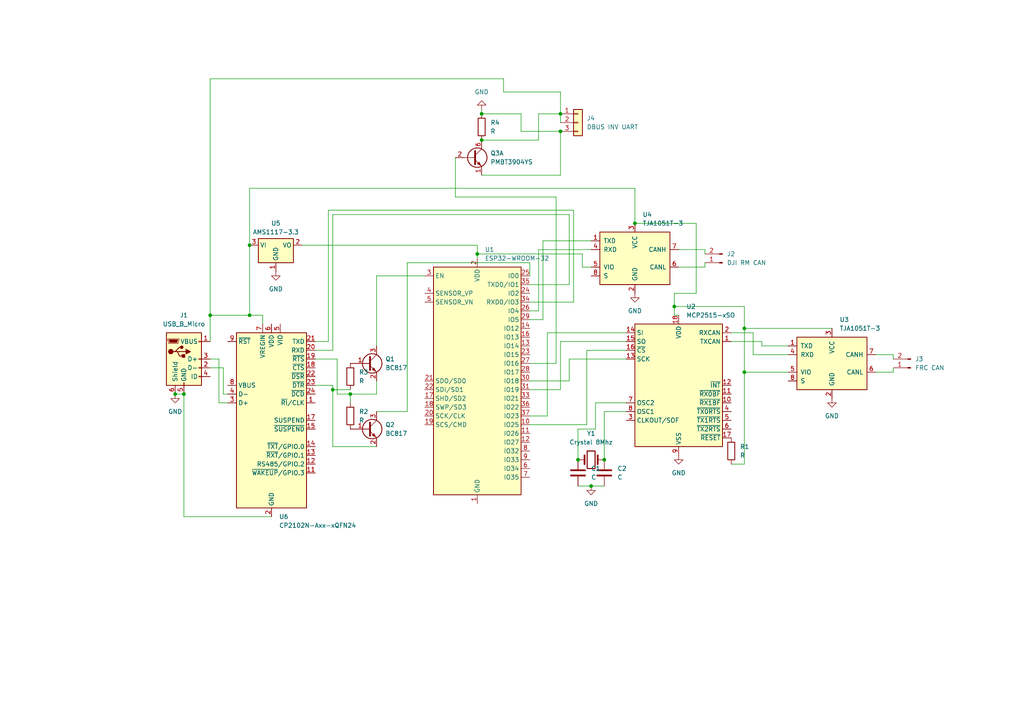
<source format=kicad_sch>
(kicad_sch (version 20231120) (generator "eeschema") (generator_version "8.0")
  (paper "A4")
  (lib_symbols
    (symbol "Connector:Conn_01x02_Pin" (pin_names (offset 1.016) hide)
      (property "Reference" "J" (at 0 2.54 0))
      (property "Value" "Conn_01x02_Pin" (at 0 -5.08 0))
      (symbol "Conn_01x02_Pin_1_1"
        (polyline (pts (xy 1.27 -2.54) (xy 0.8636 -2.54)) (stroke (width 0.1524)))
        (polyline (pts (xy 1.27 0) (xy 0.8636 0)) (stroke (width 0.1524)))
        (rectangle (start 0.8636 -2.413) (end 0 -2.667) (stroke (width 0.1524)) (fill (type outline)))
        (rectangle (start 0.8636 0.127) (end 0 -0.127) (stroke (width 0.1524)) (fill (type outline)))
        (pin passive line (at 5.08 0 180) (length 3.81) (name "Pin_1") (number "1"))
        (pin passive line (at 5.08 -2.54 180) (length 3.81) (name "Pin_2") (number "2"))
      )
    )
    (symbol "Connector:USB_B_Micro" (pin_names (offset 1.016))
      (property "Reference" "J" (at -5.08 11.43 0))
      (property "Value" "USB_B_Micro" (at -5.08 8.89 0))
      (symbol "USB_B_Micro_0_1"
        (rectangle (start -5.08 -7.62) (end 5.08 7.62) (stroke (width 0.254)) (fill (type background)))
        (circle (center -3.81 2.159) (radius 0.635) (stroke (width 0.254)) (fill (type outline)))
        (circle (center -0.635 3.429) (radius 0.381) (stroke (width 0.254)) (fill (type outline)))
        (rectangle (start -0.127 -7.62) (end 0.127 -6.858))
        (polyline (pts (xy -1.905 2.159) (xy 0.635 2.159)) (stroke (width 0.254)))
        (polyline (pts (xy -3.175 2.159) (xy -2.54 2.159) (xy -1.27 3.429) (xy -0.635 3.429)) (stroke (width 0.254)))
        (polyline (pts (xy -2.54 2.159) (xy -1.905 2.159) (xy -1.27 0.889) (xy 0 0.889)) (stroke (width 0.254)))
        (polyline (pts (xy 0.635 2.794) (xy 0.635 1.524) (xy 1.905 2.159) (xy 0.635 2.794)) (stroke (width 0.254)) (fill (type outline)))
        (polyline (pts (xy -4.318 5.588) (xy -1.778 5.588) (xy -2.032 4.826) (xy -4.064 4.826) (xy -4.318 5.588)) (fill (type outline)))
        (polyline (pts (xy -4.699 5.842) (xy -4.699 5.588) (xy -4.445 4.826) (xy -4.445 4.572) (xy -1.651 4.572) (xy -1.651 4.826) (xy -1.397 5.588) (xy -1.397 5.842) (xy -4.699 5.842)))
        (rectangle (start 0.254 1.27) (end -0.508 0.508) (stroke (width 0.254)) (fill (type outline)))
        (rectangle (start 5.08 -5.207) (end 4.318 -4.953))
        (rectangle (start 5.08 -2.667) (end 4.318 -2.413))
        (rectangle (start 5.08 -0.127) (end 4.318 0.127))
        (rectangle (start 5.08 4.953) (end 4.318 5.207))
      )
      (symbol "USB_B_Micro_1_1"
        (pin power_out line (at 7.62 5.08 180) (length 2.54) (name "VBUS") (number "1"))
        (pin bidirectional line (at 7.62 -2.54 180) (length 2.54) (name "D-") (number "2"))
        (pin bidirectional line (at 7.62 0 180) (length 2.54) (name "D+") (number "3"))
        (pin passive line (at 7.62 -5.08 180) (length 2.54) (name "ID") (number "4"))
        (pin power_out line (at 0 -10.16 90) (length 2.54) (name "GND") (number "5"))
        (pin passive line (at -2.54 -10.16 90) (length 2.54) (name "Shield") (number "6"))
      )
    )
    (symbol "Connector_Generic:Conn_01x03" (pin_names (offset 1.016) hide)
      (property "Reference" "J" (at 0 5.08 0))
      (property "Value" "Conn_01x03" (at 0 -5.08 0))
      (symbol "Conn_01x03_1_1"
        (rectangle (start -1.27 -2.413) (end 0 -2.667) (stroke (width 0.1524)))
        (rectangle (start -1.27 0.127) (end 0 -0.127) (stroke (width 0.1524)))
        (rectangle (start -1.27 2.667) (end 0 2.413) (stroke (width 0.1524)))
        (rectangle (start -1.27 3.81) (end 1.27 -3.81) (stroke (width 0.254)) (fill (type background)))
        (pin passive line (at -5.08 2.54 0) (length 3.81) (name "Pin_1") (number "1"))
        (pin passive line (at -5.08 0 0) (length 3.81) (name "Pin_2") (number "2"))
        (pin passive line (at -5.08 -2.54 0) (length 3.81) (name "Pin_3") (number "3"))
      )
    )
    (symbol "Device:C" (pin_numbers hide) (pin_names (offset 0.254))
      (property "Reference" "C" (at 0.635 2.54 0))
      (property "Value" "C" (at 0.635 -2.54 0))
      (symbol "C_0_1"
        (polyline (pts (xy -2.032 -0.762) (xy 2.032 -0.762)) (stroke (width 0.508)))
        (polyline (pts (xy -2.032 0.762) (xy 2.032 0.762)) (stroke (width 0.508)))
      )
      (symbol "C_1_1"
        (pin passive line (at 0 3.81 270) (length 2.794) (name "~") (number "1"))
        (pin passive line (at 0 -3.81 90) (length 2.794) (name "~") (number "2"))
      )
    )
    (symbol "Device:Crystal" (pin_numbers hide) (pin_names (offset 1.016) hide)
      (property "Reference" "Y" (at 0 3.81 0))
      (property "Value" "Crystal" (at 0 -3.81 0))
      (symbol "Crystal_0_1"
        (rectangle (start -1.143 2.54) (end 1.143 -2.54) (stroke (width 0.3048)))
        (polyline (pts (xy -2.54 0) (xy -1.905 0)))
        (polyline (pts (xy -1.905 -1.27) (xy -1.905 1.27)) (stroke (width 0.508)))
        (polyline (pts (xy 1.905 -1.27) (xy 1.905 1.27)) (stroke (width 0.508)))
        (polyline (pts (xy 2.54 0) (xy 1.905 0)))
      )
      (symbol "Crystal_1_1"
        (pin passive line (at -3.81 0 0) (length 1.27) (name "1") (number "1"))
        (pin passive line (at 3.81 0 180) (length 1.27) (name "2") (number "2"))
      )
    )
    (symbol "Device:R" (pin_numbers hide) (pin_names (offset 0))
      (property "Reference" "R" (at 2.032 0 90))
      (property "Value" "R" (at 0 0 90))
      (symbol "R_0_1"
        (rectangle (start -1.016 -2.54) (end 1.016 2.54) (stroke (width 0.254)))
      )
      (symbol "R_1_1"
        (pin passive line (at 0 3.81 270) (length 1.27) (name "~") (number "1"))
        (pin passive line (at 0 -3.81 90) (length 1.27) (name "~") (number "2"))
      )
    )
    (symbol "Interface_CAN_LIN:MCP2515-xSO"
      (property "Reference" "U" (at -10.16 19.685 0))
      (property "Value" "MCP2515-xSO" (at 19.05 20.32 0))
      (symbol "MCP2515-xSO_0_1"
        (rectangle (start -12.7 17.78) (end 12.7 -17.78) (stroke (width 0.254)) (fill (type background)))
      )
      (symbol "MCP2515-xSO_1_1"
        (pin output line (at 15.24 12.7 180) (length 2.54) (name "TXCAN") (number "1"))
        (pin output line (at 15.24 -5.08 180) (length 2.54) (name "~{RX1BF}") (number "10"))
        (pin output line (at 15.24 -2.54 180) (length 2.54) (name "~{RX0BF}") (number "11"))
        (pin output line (at 15.24 0 180) (length 2.54) (name "~{INT}") (number "12"))
        (pin input line (at -15.24 7.62 0) (length 2.54) (name "SCK") (number "13"))
        (pin input line (at -15.24 15.24 0) (length 2.54) (name "SI") (number "14"))
        (pin output line (at -15.24 12.7 0) (length 2.54) (name "SO") (number "15"))
        (pin input line (at -15.24 10.16 0) (length 2.54) (name "~{CS}") (number "16"))
        (pin input line (at 15.24 -15.24 180) (length 2.54) (name "~{RESET}") (number "17"))
        (pin power_in line (at 0 20.32 270) (length 2.54) (name "VDD") (number "18"))
        (pin input line (at 15.24 15.24 180) (length 2.54) (name "RXCAN") (number "2"))
        (pin output line (at -15.24 -10.16 0) (length 2.54) (name "CLKOUT/SOF") (number "3"))
        (pin input line (at 15.24 -7.62 180) (length 2.54) (name "~{TX0RTS}") (number "4"))
        (pin input line (at 15.24 -10.16 180) (length 2.54) (name "~{TX1RTS}") (number "5"))
        (pin input line (at 15.24 -12.7 180) (length 2.54) (name "~{TX2RTS}") (number "6"))
        (pin output line (at -15.24 -5.08 0) (length 2.54) (name "OSC2") (number "7"))
        (pin input line (at -15.24 -7.62 0) (length 2.54) (name "OSC1") (number "8"))
        (pin power_in line (at 0 -20.32 90) (length 2.54) (name "VSS") (number "9"))
      )
    )
    (symbol "Interface_CAN_LIN:TJA1051T-3" (pin_names (offset 1.016))
      (property "Reference" "U" (at -10.16 8.89 0))
      (property "Value" "TJA1051T-3" (at 1.27 8.89 0))
      (symbol "TJA1051T-3_0_1"
        (rectangle (start -10.16 7.62) (end 10.16 -7.62) (stroke (width 0.254)) (fill (type background)))
      )
      (symbol "TJA1051T-3_1_1"
        (pin input line (at -12.7 5.08 0) (length 2.54) (name "TXD") (number "1"))
        (pin power_in line (at 0 -10.16 90) (length 2.54) (name "GND") (number "2"))
        (pin power_in line (at 0 10.16 270) (length 2.54) (name "VCC") (number "3"))
        (pin output line (at -12.7 2.54 0) (length 2.54) (name "RXD") (number "4"))
        (pin power_in line (at -12.7 -2.54 0) (length 2.54) (name "VIO") (number "5"))
        (pin bidirectional line (at 12.7 -2.54 180) (length 2.54) (name "CANL") (number "6"))
        (pin bidirectional line (at 12.7 2.54 180) (length 2.54) (name "CANH") (number "7"))
        (pin input line (at -12.7 -5.08 0) (length 2.54) (name "S") (number "8"))
      )
    )
    (symbol "Interface_USB:CP2102N-Axx-xQFN24"
      (property "Reference" "U" (at -8.89 26.67 0))
      (property "Value" "CP2102N-Axx-xQFN24" (at 13.97 26.67 0))
      (symbol "CP2102N-Axx-xQFN24_0_1"
        (rectangle (start -10.16 25.4) (end 10.16 -25.4) (stroke (width 0.254)) (fill (type background)))
      )
      (symbol "CP2102N-Axx-xQFN24_1_1"
        (pin bidirectional line (at 12.7 5.08 180) (length 2.54) (name "~{RI}/CLK") (number "1"))
        (pin no_connect line (at -10.16 -22.86 0) (length 2.54) hide (name "NC") (number "10"))
        (pin bidirectional line (at 12.7 -15.24 180) (length 2.54) (name "~{WAKEUP}/GPIO.3") (number "11"))
        (pin bidirectional line (at 12.7 -12.7 180) (length 2.54) (name "RS485/GPIO.2") (number "12"))
        (pin bidirectional line (at 12.7 -10.16 180) (length 2.54) (name "~{RXT}/GPIO.1") (number "13"))
        (pin bidirectional line (at 12.7 -7.62 180) (length 2.54) (name "~{TXT}/GPIO.0") (number "14"))
        (pin output line (at 12.7 -2.54 180) (length 2.54) (name "~{SUSPEND}") (number "15"))
        (pin no_connect line (at 10.16 -22.86 180) (length 2.54) hide (name "NC") (number "16"))
        (pin output line (at 12.7 0 180) (length 2.54) (name "SUSPEND") (number "17"))
        (pin input line (at 12.7 15.24 180) (length 2.54) (name "~{CTS}") (number "18"))
        (pin output line (at 12.7 17.78 180) (length 2.54) (name "~{RTS}") (number "19"))
        (pin power_in line (at 0 -27.94 90) (length 2.54) (name "GND") (number "2"))
        (pin input line (at 12.7 20.32 180) (length 2.54) (name "RXD") (number "20"))
        (pin output line (at 12.7 22.86 180) (length 2.54) (name "TXD") (number "21"))
        (pin input line (at 12.7 12.7 180) (length 2.54) (name "~{DSR}") (number "22"))
        (pin output line (at 12.7 10.16 180) (length 2.54) (name "~{DTR}") (number "23"))
        (pin input line (at 12.7 7.62 180) (length 2.54) (name "~{DCD}") (number "24"))
        (pin passive line (at 0 -27.94 90) (length 2.54) hide (name "GND") (number "25"))
        (pin bidirectional line (at -12.7 5.08 0) (length 2.54) (name "D+") (number "3"))
        (pin bidirectional line (at -12.7 7.62 0) (length 2.54) (name "D-") (number "4"))
        (pin power_in line (at 2.54 27.94 270) (length 2.54) (name "VIO") (number "5"))
        (pin power_in line (at 0 27.94 270) (length 2.54) (name "VDD") (number "6"))
        (pin power_in line (at -2.54 27.94 270) (length 2.54) (name "VREGIN") (number "7"))
        (pin input line (at -12.7 10.16 0) (length 2.54) (name "VBUS") (number "8"))
        (pin input line (at -12.7 22.86 0) (length 2.54) (name "~{RST}") (number "9"))
      )
    )
    (symbol "RF_Module:ESP32-WROOM-32"
      (property "Reference" "U" (at -12.7 34.29 0))
      (property "Value" "ESP32-WROOM-32" (at 1.27 34.29 0))
      (symbol "ESP32-WROOM-32_0_1"
        (rectangle (start -12.7 33.02) (end 12.7 -33.02) (stroke (width 0.254)) (fill (type background)))
      )
      (symbol "ESP32-WROOM-32_1_1"
        (pin power_in line (at 0 -35.56 90) (length 2.54) (name "GND") (number "1"))
        (pin bidirectional line (at 15.24 -12.7 180) (length 2.54) (name "IO25") (number "10"))
        (pin bidirectional line (at 15.24 -15.24 180) (length 2.54) (name "IO26") (number "11"))
        (pin bidirectional line (at 15.24 -17.78 180) (length 2.54) (name "IO27") (number "12"))
        (pin bidirectional line (at 15.24 10.16 180) (length 2.54) (name "IO14") (number "13"))
        (pin bidirectional line (at 15.24 15.24 180) (length 2.54) (name "IO12") (number "14"))
        (pin passive line (at 0 -35.56 90) (length 2.54) hide (name "GND") (number "15"))
        (pin bidirectional line (at 15.24 12.7 180) (length 2.54) (name "IO13") (number "16"))
        (pin bidirectional line (at -15.24 -5.08 0) (length 2.54) (name "SHD/SD2") (number "17"))
        (pin bidirectional line (at -15.24 -7.62 0) (length 2.54) (name "SWP/SD3") (number "18"))
        (pin bidirectional line (at -15.24 -12.7 0) (length 2.54) (name "SCS/CMD") (number "19"))
        (pin power_in line (at 0 35.56 270) (length 2.54) (name "VDD") (number "2"))
        (pin bidirectional line (at -15.24 -10.16 0) (length 2.54) (name "SCK/CLK") (number "20"))
        (pin bidirectional line (at -15.24 0 0) (length 2.54) (name "SDO/SD0") (number "21"))
        (pin bidirectional line (at -15.24 -2.54 0) (length 2.54) (name "SDI/SD1") (number "22"))
        (pin bidirectional line (at 15.24 7.62 180) (length 2.54) (name "IO15") (number "23"))
        (pin bidirectional line (at 15.24 25.4 180) (length 2.54) (name "IO2") (number "24"))
        (pin bidirectional line (at 15.24 30.48 180) (length 2.54) (name "IO0") (number "25"))
        (pin bidirectional line (at 15.24 20.32 180) (length 2.54) (name "IO4") (number "26"))
        (pin bidirectional line (at 15.24 5.08 180) (length 2.54) (name "IO16") (number "27"))
        (pin bidirectional line (at 15.24 2.54 180) (length 2.54) (name "IO17") (number "28"))
        (pin bidirectional line (at 15.24 17.78 180) (length 2.54) (name "IO5") (number "29"))
        (pin input line (at -15.24 30.48 0) (length 2.54) (name "EN") (number "3"))
        (pin bidirectional line (at 15.24 0 180) (length 2.54) (name "IO18") (number "30"))
        (pin bidirectional line (at 15.24 -2.54 180) (length 2.54) (name "IO19") (number "31"))
        (pin no_connect line (at -12.7 -27.94 0) (length 2.54) hide (name "NC") (number "32"))
        (pin bidirectional line (at 15.24 -5.08 180) (length 2.54) (name "IO21") (number "33"))
        (pin bidirectional line (at 15.24 22.86 180) (length 2.54) (name "RXD0/IO3") (number "34"))
        (pin bidirectional line (at 15.24 27.94 180) (length 2.54) (name "TXD0/IO1") (number "35"))
        (pin bidirectional line (at 15.24 -7.62 180) (length 2.54) (name "IO22") (number "36"))
        (pin bidirectional line (at 15.24 -10.16 180) (length 2.54) (name "IO23") (number "37"))
        (pin passive line (at 0 -35.56 90) (length 2.54) hide (name "GND") (number "38"))
        (pin passive line (at 0 -35.56 90) (length 2.54) hide (name "GND") (number "39"))
        (pin input line (at -15.24 25.4 0) (length 2.54) (name "SENSOR_VP") (number "4"))
        (pin input line (at -15.24 22.86 0) (length 2.54) (name "SENSOR_VN") (number "5"))
        (pin input line (at 15.24 -25.4 180) (length 2.54) (name "IO34") (number "6"))
        (pin input line (at 15.24 -27.94 180) (length 2.54) (name "IO35") (number "7"))
        (pin bidirectional line (at 15.24 -20.32 180) (length 2.54) (name "IO32") (number "8"))
        (pin bidirectional line (at 15.24 -22.86 180) (length 2.54) (name "IO33") (number "9"))
      )
    )
    (symbol "Regulator_Linear:AMS1117-3.3"
      (property "Reference" "U" (at -3.81 3.175 0))
      (property "Value" "AMS1117-3.3" (at 0 3.175 0))
      (symbol "AMS1117-3.3_0_1"
        (rectangle (start -5.08 -5.08) (end 5.08 1.905) (stroke (width 0.254)) (fill (type background)))
      )
      (symbol "AMS1117-3.3_1_1"
        (pin power_in line (at 0 -7.62 90) (length 2.54) (name "GND") (number "1"))
        (pin power_out line (at 7.62 0 180) (length 2.54) (name "VO") (number "2"))
        (pin power_in line (at -7.62 0 0) (length 2.54) (name "VI") (number "3"))
      )
    )
    (symbol "Transistor_BJT:BC817" (pin_names (offset 0) hide)
      (property "Reference" "Q" (at 5.08 1.905 0))
      (property "Value" "BC817" (at 5.08 0 0))
      (symbol "BC817_0_1"
        (polyline (pts (xy 0.635 0.635) (xy 2.54 2.54)))
        (polyline (pts (xy 0.635 -0.635) (xy 2.54 -2.54) (xy 2.54 -2.54)))
        (polyline (pts (xy 0.635 1.905) (xy 0.635 -1.905) (xy 0.635 -1.905)) (stroke (width 0.508)))
        (polyline (pts (xy 1.27 -1.778) (xy 1.778 -1.27) (xy 2.286 -2.286) (xy 1.27 -1.778) (xy 1.27 -1.778)) (fill (type outline)))
        (circle (center 1.27 0) (radius 2.8194) (stroke (width 0.254)))
      )
      (symbol "BC817_1_1"
        (pin input line (at -5.08 0 0) (length 5.715) (name "B") (number "1"))
        (pin passive line (at 2.54 -5.08 90) (length 2.54) (name "E") (number "2"))
        (pin passive line (at 2.54 5.08 270) (length 2.54) (name "C") (number "3"))
      )
    )
    (symbol "Transistor_BJT:PMBT3904YS" (pin_names (offset 0) hide)
      (property "Reference" "Q" (at 5.08 1.27 0))
      (property "Value" "PMBT3904YS" (at 5.08 -1.27 0))
      (symbol "PMBT3904YS_0_1"
        (polyline (pts (xy 0.635 0) (xy -2.54 0)))
        (polyline (pts (xy 0.635 0.635) (xy 2.54 2.54)))
        (polyline (pts (xy 0.635 -0.635) (xy 2.54 -2.54) (xy 2.54 -2.54)))
        (polyline (pts (xy 0.635 1.905) (xy 0.635 -1.905) (xy 0.635 -1.905)) (stroke (width 0.508)))
        (polyline (pts (xy 1.27 -1.778) (xy 1.778 -1.27) (xy 2.286 -2.286) (xy 1.27 -1.778) (xy 1.27 -1.778)) (fill (type outline)))
        (circle (center 1.27 0) (radius 2.8194) (stroke (width 0.254)))
      )
      (symbol "PMBT3904YS_1_1"
        (pin passive line (at 2.54 -5.08 90) (length 2.54) (name "E1") (number "1"))
        (pin input line (at -5.08 0 0) (length 2.54) (name "B1") (number "2"))
        (pin passive line (at 2.54 5.08 270) (length 2.54) (name "C1") (number "6"))
      )
      (symbol "PMBT3904YS_2_1"
        (pin passive line (at 2.54 5.08 270) (length 2.54) (name "C2") (number "3"))
        (pin passive line (at 2.54 -5.08 90) (length 2.54) (name "E2") (number "4"))
        (pin input line (at -5.08 0 0) (length 2.54) (name "B2") (number "5"))
      )
    )
    (symbol "power:GND" (power) (pin_numbers hide) (pin_names (offset 0) hide)
      (property "Value" "GND" (at 0 -3.81 0))
      (symbol "GND_0_1"
        (polyline (pts (xy 0 0) (xy 0 -1.27) (xy 1.27 -1.27) (xy 0 -2.54) (xy -1.27 -1.27) (xy 0 -1.27)))
      )
      (symbol "GND_1_1"
        (pin power_in line (at 0 0 270) (length 0) (name "~") (number "1"))
      )
    )
  )
  (junction (at 184.15 64.77))
  (junction (at 139.7 33.02))
  (junction (at 162.56 33.02))
  (junction (at 138.43 73.66))
  (junction (at 50.8 114.3))
  (junction (at 96.52 113.03))
  (junction (at 167.64 133.35))
  (junction (at 72.39 71.12))
  (junction (at 101.6 114.3))
  (junction (at 215.9 107.95))
  (junction (at 195.58 88.9))
  (junction (at 171.45 140.97))
  (junction (at 60.96 91.44))
  (junction (at 162.56 38.1))
  (junction (at 139.7 40.64))
  (junction (at 53.34 114.3))
  (junction (at 215.9 95.25))
  (junction (at 175.26 133.35))
  (junction (at 72.39 91.44))
  (wire (pts (xy 138.43 73.66) (xy 138.43 74.93)))
  (wire (pts (xy 151.13 33.02) (xy 139.7 33.02)))
  (wire (pts (xy 254 107.95) (xy 259.08 107.95)))
  (wire (pts (xy 162.56 35.56) (xy 162.56 33.02)))
  (wire (pts (xy 96.52 129.54) (xy 96.52 113.03)))
  (wire (pts (xy 146.05 26.67) (xy 162.56 26.67)))
  (wire (pts (xy 118.11 119.38) (xy 118.11 76.2)))
  (wire (pts (xy 153.67 123.19) (xy 170.18 123.19)))
  (wire (pts (xy 156.21 40.64) (xy 139.7 40.64)))
  (wire (pts (xy 60.96 99.06) (xy 60.96 91.44)))
  (wire (pts (xy 218.44 102.87) (xy 228.6 102.87)))
  (wire (pts (xy 218.44 96.52) (xy 218.44 102.87)))
  (wire (pts (xy 158.75 96.52) (xy 181.61 96.52)))
  (wire (pts (xy 172.72 116.84) (xy 181.61 116.84)))
  (wire (pts (xy 168.91 73.66) (xy 138.43 73.66)))
  (wire (pts (xy 156.21 33.02) (xy 162.56 33.02)))
  (wire (pts (xy 97.79 104.14) (xy 97.79 114.3)))
  (wire (pts (xy 215.9 88.9) (xy 215.9 95.25)))
  (wire (pts (xy 60.96 22.86) (xy 60.96 91.44)))
  (wire (pts (xy 215.9 95.25) (xy 215.9 107.95)))
  (wire (pts (xy 168.91 73.66) (xy 168.91 77.47)))
  (wire (pts (xy 60.96 106.68) (xy 64.77 106.68)))
  (wire (pts (xy 184.15 64.77) (xy 201.93 64.77)))
  (wire (pts (xy 175.26 119.38) (xy 181.61 119.38)))
  (wire (pts (xy 153.67 105.41) (xy 161.29 105.41)))
  (wire (pts (xy 156.21 33.02) (xy 156.21 40.64)))
  (wire (pts (xy 153.67 76.2) (xy 153.67 80.01)))
  (wire (pts (xy 95.25 60.96) (xy 166.37 60.96)))
  (wire (pts (xy 166.37 87.63) (xy 153.67 87.63)))
  (wire (pts (xy 228.6 100.33) (xy 220.98 100.33)))
  (wire (pts (xy 195.58 88.9) (xy 195.58 91.44)))
  (wire (pts (xy 201.93 85.09) (xy 195.58 85.09)))
  (wire (pts (xy 153.67 90.17) (xy 156.21 90.17)))
  (wire (pts (xy 60.96 104.14) (xy 63.5 104.14)))
  (wire (pts (xy 195.58 88.9) (xy 215.9 88.9)))
  (wire (pts (xy 95.25 99.06) (xy 91.44 99.06)))
  (wire (pts (xy 153.67 113.03) (xy 162.56 113.03)))
  (wire (pts (xy 138.43 71.12) (xy 138.43 73.66)))
  (wire (pts (xy 76.2 91.44) (xy 76.2 93.98)))
  (wire (pts (xy 167.64 140.97) (xy 171.45 140.97)))
  (wire (pts (xy 162.56 50.8) (xy 162.56 38.1)))
  (wire (pts (xy 195.58 91.44) (xy 196.85 91.44)))
  (wire (pts (xy 109.22 114.3) (xy 109.22 110.49)))
  (wire (pts (xy 109.22 80.01) (xy 123.19 80.01)))
  (wire (pts (xy 162.56 33.02) (xy 162.56 26.67)))
  (wire (pts (xy 171.45 140.97) (xy 175.26 140.97)))
  (wire (pts (xy 101.6 114.3) (xy 109.22 114.3)))
  (wire (pts (xy 109.22 129.54) (xy 96.52 129.54)))
  (wire (pts (xy 101.6 114.3) (xy 101.6 116.84)))
  (wire (pts (xy 139.7 50.8) (xy 162.56 50.8)))
  (wire (pts (xy 165.1 82.55) (xy 165.1 62.23)))
  (wire (pts (xy 161.29 57.15) (xy 132.08 57.15)))
  (wire (pts (xy 195.58 85.09) (xy 195.58 88.9)))
  (wire (pts (xy 153.67 82.55) (xy 165.1 82.55)))
  (wire (pts (xy 259.08 107.95) (xy 259.08 106.68)))
  (wire (pts (xy 215.9 95.25) (xy 241.3 95.25)))
  (wire (pts (xy 96.52 111.76) (xy 91.44 111.76)))
  (wire (pts (xy 168.91 77.47) (xy 171.45 77.47)))
  (wire (pts (xy 153.67 120.65) (xy 158.75 120.65)))
  (wire (pts (xy 64.77 106.68) (xy 64.77 114.3)))
  (wire (pts (xy 165.1 104.14) (xy 181.61 104.14)))
  (wire (pts (xy 109.22 100.33) (xy 109.22 80.01)))
  (wire (pts (xy 167.64 124.46) (xy 172.72 124.46)))
  (wire (pts (xy 158.75 120.65) (xy 158.75 96.52)))
  (wire (pts (xy 132.08 57.15) (xy 132.08 45.72)))
  (wire (pts (xy 220.98 99.06) (xy 212.09 99.06)))
  (wire (pts (xy 96.52 113.03) (xy 96.52 111.76)))
  (wire (pts (xy 87.63 71.12) (xy 138.43 71.12)))
  (wire (pts (xy 91.44 104.14) (xy 97.79 104.14)))
  (wire (pts (xy 212.09 96.52) (xy 218.44 96.52)))
  (wire (pts (xy 170.18 123.19) (xy 170.18 101.6)))
  (wire (pts (xy 156.21 90.17) (xy 156.21 72.39)))
  (wire (pts (xy 204.47 72.39) (xy 204.47 73.66)))
  (wire (pts (xy 96.52 62.23) (xy 96.52 101.6)))
  (wire (pts (xy 166.37 60.96) (xy 166.37 87.63)))
  (wire (pts (xy 151.13 38.1) (xy 151.13 33.02)))
  (wire (pts (xy 184.15 54.61) (xy 184.15 64.77)))
  (wire (pts (xy 109.22 119.38) (xy 118.11 119.38)))
  (wire (pts (xy 215.9 107.95) (xy 228.6 107.95)))
  (wire (pts (xy 50.8 114.3) (xy 53.34 114.3)))
  (wire (pts (xy 146.05 22.86) (xy 60.96 22.86)))
  (wire (pts (xy 78.74 149.86) (xy 53.34 149.86)))
  (wire (pts (xy 60.96 91.44) (xy 72.39 91.44)))
  (wire (pts (xy 63.5 104.14) (xy 63.5 116.84)))
  (wire (pts (xy 72.39 91.44) (xy 76.2 91.44)))
  (wire (pts (xy 156.21 72.39) (xy 171.45 72.39)))
  (wire (pts (xy 165.1 110.49) (xy 165.1 104.14)))
  (wire (pts (xy 118.11 76.2) (xy 153.67 76.2)))
  (wire (pts (xy 204.47 77.47) (xy 204.47 76.2)))
  (wire (pts (xy 175.26 133.35) (xy 175.26 119.38)))
  (wire (pts (xy 153.67 92.71) (xy 157.48 92.71)))
  (wire (pts (xy 157.48 69.85) (xy 171.45 69.85)))
  (wire (pts (xy 162.56 38.1) (xy 151.13 38.1)))
  (wire (pts (xy 146.05 26.67) (xy 146.05 22.86)))
  (wire (pts (xy 220.98 99.06) (xy 220.98 100.33)))
  (wire (pts (xy 215.9 134.62) (xy 212.09 134.62)))
  (wire (pts (xy 170.18 101.6) (xy 181.61 101.6)))
  (wire (pts (xy 167.64 133.35) (xy 167.64 124.46)))
  (wire (pts (xy 96.52 113.03) (xy 101.6 113.03)))
  (wire (pts (xy 259.08 102.87) (xy 259.08 104.14)))
  (wire (pts (xy 201.93 64.77) (xy 201.93 85.09)))
  (wire (pts (xy 172.72 124.46) (xy 172.72 116.84)))
  (wire (pts (xy 64.77 114.3) (xy 66.04 114.3)))
  (wire (pts (xy 72.39 54.61) (xy 184.15 54.61)))
  (wire (pts (xy 72.39 71.12) (xy 72.39 54.61)))
  (wire (pts (xy 153.67 110.49) (xy 165.1 110.49)))
  (wire (pts (xy 157.48 92.71) (xy 157.48 69.85)))
  (wire (pts (xy 254 102.87) (xy 259.08 102.87)))
  (wire (pts (xy 162.56 113.03) (xy 162.56 99.06)))
  (wire (pts (xy 215.9 107.95) (xy 215.9 134.62)))
  (wire (pts (xy 196.85 72.39) (xy 204.47 72.39)))
  (wire (pts (xy 162.56 99.06) (xy 181.61 99.06)))
  (wire (pts (xy 63.5 116.84) (xy 66.04 116.84)))
  (wire (pts (xy 196.85 77.47) (xy 204.47 77.47)))
  (wire (pts (xy 96.52 101.6) (xy 91.44 101.6)))
  (wire (pts (xy 139.7 31.75) (xy 139.7 33.02)))
  (wire (pts (xy 165.1 62.23) (xy 96.52 62.23)))
  (wire (pts (xy 161.29 105.41) (xy 161.29 57.15)))
  (wire (pts (xy 53.34 149.86) (xy 53.34 114.3)))
  (wire (pts (xy 95.25 60.96) (xy 95.25 99.06)))
  (wire (pts (xy 72.39 71.12) (xy 72.39 91.44)))
  (wire (pts (xy 97.79 114.3) (xy 101.6 114.3)))
  (symbol (lib_id "Transistor_BJT:PMBT3904YS") (at 137.16 45.72 0) (unit 1)
    (property "Reference" "Q3" (at 142.24 44.4499 0) (effects (justify left)))
    (property "Value" "PMBT3904YS" (at 142.24 46.9899 0) (effects (justify left)))
    (property "Footprint" "Package_TO_SOT_SMD:SOT-363_SC-70-6" (effects (hide yes)))
    (property "Datasheet" "https://assets.nexperia.com/documents/data-sheet/PMBT3904YS.pdf" (effects (hide yes)))
    (property "Description" "200mA IC, 40V Vce, Dual NPN/NPN Transistors, SOT-363" (effects (hide yes)))
  )
  (symbol (lib_id "Transistor_BJT:BC817") (at 106.68 105.41 0) (unit 1)
    (property "Reference" "Q1" (at 111.76 104.1399 0) (effects (justify left)))
    (property "Value" "BC817" (at 111.76 106.6799 0) (effects (justify left)))
    (property "Footprint" "Package_TO_SOT_SMD:SOT-23" (effects (hide yes)))
    (property "Datasheet" "https://www.onsemi.com/pub/Collateral/BC818-D.pdf" (effects (hide yes)))
    (property "Description" "0.8A Ic, 45V Vce, NPN Transistor, SOT-23" (effects (hide yes)))
  )
  (symbol (lib_id "Interface_CAN_LIN:TJA1051T-3") (at 184.15 74.93 0) (unit 1)
    (property "Reference" "U4" (at 186.3441 62.23 0) (effects (justify left)))
    (property "Value" "TJA1051T-3" (at 186.3441 64.77 0) (effects (justify left)))
    (property "Footprint" "Package_SO:SOIC-8_3.9x4.9mm_P1.27mm" (effects (hide yes)))
    (property "Datasheet" "http://www.nxp.com/docs/en/data-sheet/TJA1051.pdf" (effects (hide yes)))
    (property "Description" "High-Speed CAN Transceiver, separate VIO, silent mode, SOIC-8" (effects (hide yes)))
  )
  (symbol (lib_id "Device:R") (at 101.6 109.22 0) (unit 1)
    (property "Reference" "R3" (at 104.14 107.9499 0) (effects (justify left)))
    (property "Value" "R" (at 104.14 110.4899 0) (effects (justify left)))
    (property "Description" "Resistor" (effects (hide yes)))
  )
  (symbol (lib_id "Interface_CAN_LIN:MCP2515-xSO") (at 196.85 111.76 0) (unit 1)
    (property "Reference" "U2" (at 199.0441 88.9 0) (effects (justify left)))
    (property "Value" "MCP2515-xSO" (at 199.0441 91.44 0) (effects (justify left)))
    (property "Footprint" "Package_SO:SOIC-18W_7.5x11.6mm_P1.27mm" (effects (hide yes)))
    (property "Datasheet" "http://ww1.microchip.com/downloads/en/DeviceDoc/21801e.pdf" (effects (hide yes)))
    (property "Description" "Stand-Alone CAN Controller with SPI Interface, SOIC-18" (effects (hide yes)))
  )
  (symbol (lib_id "Device:Crystal") (at 171.45 133.35 0) (unit 1)
    (property "Reference" "Y1" (at 171.45 125.73 0))
    (property "Value" "Crystal 8Mhz" (at 171.45 128.27 0))
    (property "Description" "Two pin crystal" (effects (hide yes)))
  )
  (symbol (lib_id "Connector:Conn_01x02_Pin") (at 264.16 106.68 180) (unit 1)
    (property "Reference" "J3" (at 265.43 104.1399 0) (effects (justify right)))
    (property "Value" "FRC CAN" (at 265.43 106.6799 0) (effects (justify right)))
    (property "Description" "Generic connector, single row, 01x02, script generated" (effects (hide yes)))
  )
  (symbol (lib_id "RF_Module:ESP32-WROOM-32") (at 138.43 110.49 0) (unit 1)
    (property "Reference" "U1" (at 140.6241 72.39 0) (effects (justify left)))
    (property "Value" "ESP32-WROOM-32" (at 140.6241 74.93 0) (effects (justify left)))
    (property "Footprint" "RF_Module:ESP32-WROOM-32" (effects (hide yes)))
    (property "Datasheet" "https://www.espressif.com/sites/default/files/documentation/esp32-wroom-32_datasheet_en.pdf" (effects (hide yes)))
    (property "Description" "RF Module, ESP32-D0WDQ6 SoC, Wi-Fi 802.11b/g/n, Bluetooth, BLE, 32-bit, 2.7-3.6V, onboard antenna, SMD" (effects (hide yes)))
  )
  (symbol (lib_id "Interface_CAN_LIN:TJA1051T-3") (at 241.3 105.41 0) (unit 1)
    (property "Reference" "U3" (at 243.4941 92.71 0) (effects (justify left)))
    (property "Value" "TJA1051T-3" (at 243.4941 95.25 0) (effects (justify left)))
    (property "Footprint" "Package_SO:SOIC-8_3.9x4.9mm_P1.27mm" (effects (hide yes)))
    (property "Datasheet" "http://www.nxp.com/docs/en/data-sheet/TJA1051.pdf" (effects (hide yes)))
    (property "Description" "High-Speed CAN Transceiver, separate VIO, silent mode, SOIC-8" (effects (hide yes)))
  )
  (symbol (lib_id "Interface_USB:CP2102N-Axx-xQFN24") (at 78.74 121.92 0) (unit 1)
    (property "Reference" "U6" (at 80.9341 149.86 0) (effects (justify left)))
    (property "Value" "CP2102N-Axx-xQFN24" (at 80.9341 152.4 0) (effects (justify left)))
    (property "Footprint" "Package_DFN_QFN:QFN-24-1EP_4x4mm_P0.5mm_EP2.6x2.6mm" (effects (hide yes)))
    (property "Datasheet" "https://www.silabs.com/documents/public/data-sheets/cp2102n-datasheet.pdf" (effects (hide yes)))
    (property "Description" "USB to UART master bridge, QFN-24" (effects (hide yes)))
  )
  (symbol (lib_id "Connector:Conn_01x02_Pin") (at 209.55 76.2 180) (unit 1)
    (property "Reference" "J2" (at 210.82 73.6599 0) (effects (justify right)))
    (property "Value" "DJI RM CAN" (at 210.82 76.1999 0) (effects (justify right)))
    (property "Description" "Generic connector, single row, 01x02, script generated" (effects (hide yes)))
  )
  (symbol (lib_id "power:GND") (at 241.3 115.57 0) (unit 1)
    (property "Reference" "#PWR03" (effects (hide yes)))
    (property "Value" "GND" (at 241.3 120.65 0))
    (property "Description" "Power symbol creates a global label with name \"GND\" , ground" (effects (hide yes)))
  )
  (symbol (lib_id "Transistor_BJT:BC817") (at 106.68 124.46 0) (unit 1)
    (property "Reference" "Q2" (at 111.76 123.1899 0) (effects (justify left)))
    (property "Value" "BC817" (at 111.76 125.7299 0) (effects (justify left)))
    (property "Footprint" "Package_TO_SOT_SMD:SOT-23" (effects (hide yes)))
    (property "Datasheet" "https://www.onsemi.com/pub/Collateral/BC818-D.pdf" (effects (hide yes)))
    (property "Description" "0.8A Ic, 45V Vce, NPN Transistor, SOT-23" (effects (hide yes)))
  )
  (symbol (lib_id "power:GND") (at 196.85 132.08 0) (unit 1)
    (property "Reference" "#PWR02" (effects (hide yes)))
    (property "Value" "GND" (at 196.85 137.16 0))
    (property "Description" "Power symbol creates a global label with name \"GND\" , ground" (effects (hide yes)))
  )
  (symbol (lib_id "Connector_Generic:Conn_01x03") (at 167.64 35.56 0) (unit 1)
    (property "Reference" "J4" (at 170.18 34.2899 0) (effects (justify left)))
    (property "Value" "DBUS INV UART" (at 170.18 36.8299 0) (effects (justify left)))
    (property "Description" "Generic connector, single row, 01x03, script generated (kicad-library-utils/schlib/autogen/connector/)" (effects (hide yes)))
  )
  (symbol (lib_id "Device:R") (at 212.09 130.81 0) (unit 1)
    (property "Reference" "R1" (at 214.63 129.5399 0) (effects (justify left)))
    (property "Value" "R" (at 214.63 132.0799 0) (effects (justify left)))
    (property "Description" "Resistor" (effects (hide yes)))
  )
  (symbol (lib_id "power:GND") (at 184.15 85.09 0) (unit 1)
    (property "Reference" "#PWR06" (effects (hide yes)))
    (property "Value" "GND" (at 184.15 90.17 0))
    (property "Description" "Power symbol creates a global label with name \"GND\" , ground" (effects (hide yes)))
  )
  (symbol (lib_id "power:GND") (at 50.8 114.3 0) (unit 1)
    (property "Reference" "#PWR04" (effects (hide yes)))
    (property "Value" "GND" (at 50.8 119.38 0))
    (property "Description" "Power symbol creates a global label with name \"GND\" , ground" (effects (hide yes)))
  )
  (symbol (lib_id "Device:R") (at 139.7 36.83 0) (unit 1)
    (property "Reference" "R4" (at 142.24 35.5599 0) (effects (justify left)))
    (property "Value" "R" (at 142.24 38.0999 0) (effects (justify left)))
    (property "Description" "Resistor" (effects (hide yes)))
  )
  (symbol (lib_id "power:GND") (at 171.45 140.97 0) (unit 1)
    (property "Reference" "#PWR01" (effects (hide yes)))
    (property "Value" "GND" (at 171.45 146.05 0))
    (property "Description" "Power symbol creates a global label with name \"GND\" , ground" (effects (hide yes)))
  )
  (symbol (lib_id "Device:C") (at 167.64 137.16 0) (unit 1)
    (property "Reference" "C1" (at 171.45 135.8899 0) (effects (justify left)))
    (property "Value" "C" (at 171.45 138.4299 0) (effects (justify left)))
    (property "Description" "Unpolarized capacitor" (effects (hide yes)))
  )
  (symbol (lib_id "Device:C") (at 175.26 137.16 0) (unit 1)
    (property "Reference" "C2" (at 179.07 135.8899 0) (effects (justify left)))
    (property "Value" "C" (at 179.07 138.4299 0) (effects (justify left)))
    (property "Description" "Unpolarized capacitor" (effects (hide yes)))
  )
  (symbol (lib_id "Connector:USB_B_Micro") (at 53.34 104.14 0) (unit 1)
    (property "Reference" "J1" (at 53.34 91.44 0))
    (property "Value" "USB_B_Micro" (at 53.34 93.98 0))
    (property "Description" "USB Micro Type B connector" (effects (hide yes)))
  )
  (symbol (lib_id "power:GND") (at 80.01 78.74 0) (unit 1)
    (property "Reference" "#PWR05" (effects (hide yes)))
    (property "Value" "GND" (at 80.01 83.82 0))
    (property "Description" "Power symbol creates a global label with name \"GND\" , ground" (effects (hide yes)))
  )
  (symbol (lib_id "Device:R") (at 101.6 120.65 0) (unit 1)
    (property "Reference" "R2" (at 104.14 119.3799 0) (effects (justify left)))
    (property "Value" "R" (at 104.14 121.9199 0) (effects (justify left)))
    (property "Description" "Resistor" (effects (hide yes)))
  )
  (symbol (lib_id "Regulator_Linear:AMS1117-3.3") (at 80.01 71.12 0) (unit 1)
    (property "Reference" "U5" (at 80.01 64.77 0))
    (property "Value" "AMS1117-3.3" (at 80.01 67.31 0))
    (property "Footprint" "Package_TO_SOT_SMD:SOT-223-3_TabPin2" (effects (hide yes)))
    (property "Datasheet" "http://www.advanced-monolithic.com/pdf/ds1117.pdf" (effects (hide yes)))
    (property "Description" "1A Low Dropout regulator, positive, 3.3V fixed output, SOT-223" (effects (hide yes)))
  )
  (symbol (lib_id "power:GND") (at 139.7 31.75 180) (unit 1)
    (property "Reference" "#PWR07" (effects (hide yes)))
    (property "Value" "GND" (at 139.7 26.67 0))
    (property "Description" "Power symbol creates a global label with name \"GND\" , ground" (effects (hide yes)))
  )
)
</source>
